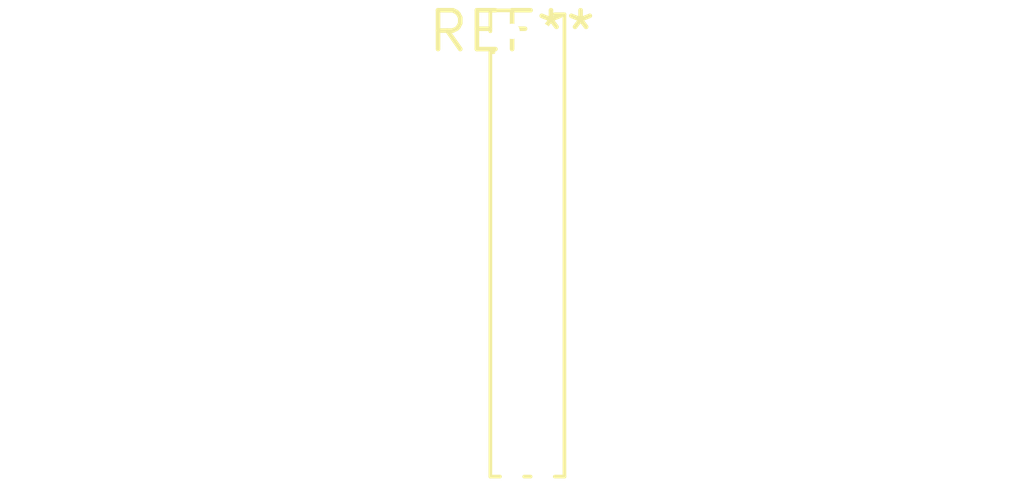
<source format=kicad_pcb>
(kicad_pcb (version 20240108) (generator pcbnew)
  (layers (0 "F.Cu" signal) (31 "B.Cu" signal) (34 "B.Paste" user) (35 "F.Paste" user) (36 "B.SilkS" user "B.Silkscreen") (37 "F.SilkS" user "F.Silkscreen") (38 "B.Mask" user) (39 "F.Mask" user) (44 "Edge.Cuts" user))
  (net 0 "")
  (footprint "PinHeader_2x15_P1.00mm_Vertical" (layer "F.Cu") (at 0 0)
    (property "Reference" "REF**")
    (property "Value" "PinHeader_2x15_P1.00mm_Vertical")
    (fp_line (start -0.71 -0.685) (end 0 -0.685) (layer "F.SilkS") (stroke (width 0.12)))
    (fp_line (start -0.71 0) (end -0.71 -0.685) (layer "F.SilkS") (stroke (width 0.12)))
    (fp_line (start -0.71 0.685) (end -0.71 14.56) (layer "F.SilkS") (stroke (width 0.12)))
    (fp_line (start -0.71 0.685) (end -0.608276 0.685) (layer "F.SilkS") (stroke (width 0.12)))
    (fp_line (start -0.71 14.56) (end -0.394493 14.56) (layer "F.SilkS") (stroke (width 0.12)))
    (fp_line (start 0.394493 14.56) (end 0.605507 14.56) (layer "F.SilkS") (stroke (width 0.12)))
    (fp_line (start 1.394493 -0.56) (end 1.71 -0.56) (layer "F.SilkS") (stroke (width 0.12)))
    (fp_line (start 1.394493 14.56) (end 1.71 14.56) (layer "F.SilkS") (stroke (width 0.12)))
    (fp_line (start 1.71 -0.56) (end 1.71 14.56) (layer "F.SilkS") (stroke (width 0.12)))
    (pad "1" thru_hole rect (at 0 0) (size 0.85 0.85) (drill 0.5) (layers *.Cu *.Mask) (remove_unused_layers))
    (pad "2" thru_hole oval (at 1 0) (size 0.85 0.85) (drill 0.5) (layers *.Cu *.Mask) (remove_unused_layers))
    (pad "3" thru_hole oval (at 0 1) (size 0.85 0.85) (drill 0.5) (layers *.Cu *.Mask) (remove_unused_layers))
    (pad "4" thru_hole oval (at 1 1) (size 0.85 0.85) (drill 0.5) (layers *.Cu *.Mask) (remove_unused_layers))
    (pad "5" thru_hole oval (at 0 2) (size 0.85 0.85) (drill 0.5) (layers *.Cu *.Mask) (remove_unused_layers))
    (pad "6" thru_hole oval (at 1 2) (size 0.85 0.85) (drill 0.5) (layers *.Cu *.Mask) (remove_unused_layers))
    (pad "7" thru_hole oval (at 0 3) (size 0.85 0.85) (drill 0.5) (layers *.Cu *.Mask) (remove_unused_layers))
    (pad "8" thru_hole oval (at 1 3) (size 0.85 0.85) (drill 0.5) (layers *.Cu *.Mask) (remove_unused_layers))
    (pad "9" thru_hole oval (at 0 4) (size 0.85 0.85) (drill 0.5) (layers *.Cu *.Mask) (remove_unused_layers))
    (pad "10" thru_hole oval (at 1 4) (size 0.85 0.85) (drill 0.5) (layers *.Cu *.Mask) (remove_unused_layers))
    (pad "11" thru_hole oval (at 0 5) (size 0.85 0.85) (drill 0.5) (layers *.Cu *.Mask) (remove_unused_layers))
    (pad "12" thru_hole oval (at 1 5) (size 0.85 0.85) (drill 0.5) (layers *.Cu *.Mask) (remove_unused_layers))
    (pad "13" thru_hole oval (at 0 6) (size 0.85 0.85) (drill 0.5) (layers *.Cu *.Mask) (remove_unused_layers))
    (pad "14" thru_hole oval (at 1 6) (size 0.85 0.85) (drill 0.5) (layers *.Cu *.Mask) (remove_unused_layers))
    (pad "15" thru_hole oval (at 0 7) (size 0.85 0.85) (drill 0.5) (layers *.Cu *.Mask) (remove_unused_layers))
    (pad "16" thru_hole oval (at 1 7) (size 0.85 0.85) (drill 0.5) (layers *.Cu *.Mask) (remove_unused_layers))
    (pad "17" thru_hole oval (at 0 8) (size 0.85 0.85) (drill 0.5) (layers *.Cu *.Mask) (remove_unused_layers))
    (pad "18" thru_hole oval (at 1 8) (size 0.85 0.85) (drill 0.5) (layers *.Cu *.Mask) (remove_unused_layers))
    (pad "19" thru_hole oval (at 0 9) (size 0.85 0.85) (drill 0.5) (layers *.Cu *.Mask) (remove_unused_layers))
    (pad "20" thru_hole oval (at 1 9) (size 0.85 0.85) (drill 0.5) (layers *.Cu *.Mask) (remove_unused_layers))
    (pad "21" thru_hole oval (at 0 10) (size 0.85 0.85) (drill 0.5) (layers *.Cu *.Mask) (remove_unused_layers))
    (pad "22" thru_hole oval (at 1 10) (size 0.85 0.85) (drill 0.5) (layers *.Cu *.Mask) (remove_unused_layers))
    (pad "23" thru_hole oval (at 0 11) (size 0.85 0.85) (drill 0.5) (layers *.Cu *.Mask) (remove_unused_layers))
    (pad "24" thru_hole oval (at 1 11) (size 0.85 0.85) (drill 0.5) (layers *.Cu *.Mask) (remove_unused_layers))
    (pad "25" thru_hole oval (at 0 12) (size 0.85 0.85) (drill 0.5) (layers *.Cu *.Mask) (remove_unused_layers))
    (pad "26" thru_hole oval (at 1 12) (size 0.85 0.85) (drill 0.5) (layers *.Cu *.Mask) (remove_unused_layers))
    (pad "27" thru_hole oval (at 0 13) (size 0.85 0.85) (drill 0.5) (layers *.Cu *.Mask) (remove_unused_layers))
    (pad "28" thru_hole oval (at 1 13) (size 0.85 0.85) (drill 0.5) (layers *.Cu *.Mask) (remove_unused_layers))
    (pad "29" thru_hole oval (at 0 14) (size 0.85 0.85) (drill 0.5) (layers *.Cu *.Mask) (remove_unused_layers))
    (pad "30" thru_hole oval (at 1 14) (size 0.85 0.85) (drill 0.5) (layers *.Cu *.Mask) (remove_unused_layers))
  )
)
</source>
